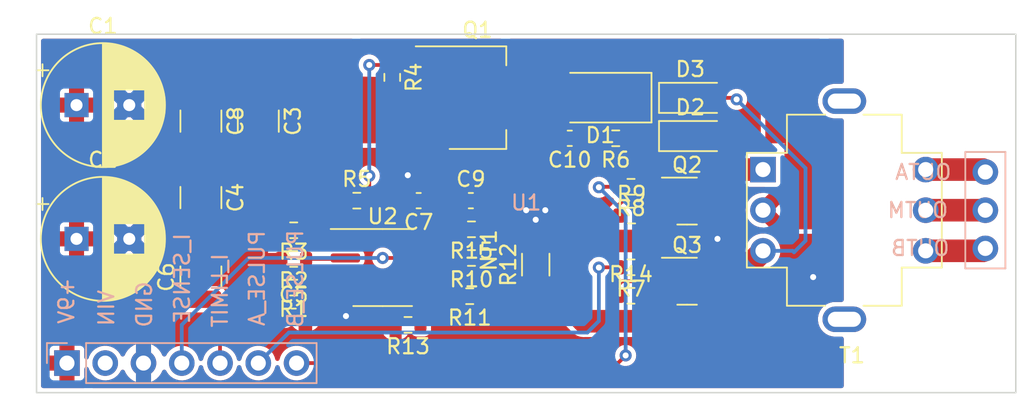
<source format=kicad_pcb>
(kicad_pcb (version 20211014) (generator pcbnew)
  (layers (0 "F.Cu" signal) (31 "B.Cu" signal) (34 "B.Paste" user) (35 "F.Paste" user) (36 "B.SilkS" user "B.Silkscreen") (37 "F.SilkS" user "F.Silkscreen") (38 "B.Mask" user) (39 "F.Mask" user) (44 "Edge.Cuts" user))
  (net 0 "")
  (net 1 "+9V")
  (net 2 "GND")
  (net 3 "Net-(D2-Pad2)")
  (net 4 "Net-(D1-Pad1)")
  (net 5 "Net-(D3-Pad2)")
  (net 6 "Net-(R2-Pad1)")
  (net 7 "/I_SENSE")
  (net 8 "/I_LIMIT")
  (net 9 "/PULSE_A")
  (net 10 "/PULSE_B")
  (net 11 "Net-(R3-Pad1)")
  (net 12 "Net-(R11-Pad2)")
  (net 13 "Net-(R10-Pad2)")
  (net 14 "/OUTB")
  (net 15 "/OUTM")
  (net 16 "/OUTA")
  (net 17 "/V_SHUNT_N")
  (net 18 "Net-(Q1-Pad1)")
  (net 19 "Net-(Q2-Pad1)")
  (net 20 "/V_SHUNT_P")
  (net 21 "Net-(Q3-Pad1)")
  (net 23 "Net-(C5-Pad1)")
  (net 24 "/PULSE_SRC")
  (footprint "Package_TO_SOT_SMD:SOT-23" (layer "F.Cu") (at 130.0625 80.672854)
    (fp_text reference "Q2" (at 0 -2.4) (layer "F.SilkS"))
    (fp_text value "DMN2041L")
    (pad "1" smd roundrect (at -0.9375 -0.95) (size 1.475 0.6) (layers "F.Cu" "F.Paste" "F.Mask") (net 19 "Net-(Q2-Pad1)"))
    (pad "2" smd roundrect (at -0.9375 0.95) (size 1.475 0.6) (layers "F.Cu" "F.Paste" "F.Mask") (net 20 "/V_SHUNT_P"))
    (pad "3" smd roundrect (at 0.9375 0) (size 1.475 0.6) (layers "F.Cu" "F.Paste" "F.Mask") (net 3 "Net-(D2-Pad2)"))
  )
  (footprint "Diode_SMD:D_SMA" (layer "F.Cu") (at 124.3 73.8 180)
    (fp_text reference "D1" (at 0 -2.5 180) (layer "F.SilkS"))
    (fp_text value "SML4746-E3/61")
    (pad "1" smd rect (at -2 0 180) (size 2.5 1.8) (layers "F.Cu" "F.Paste" "F.Mask") (net 4 "Net-(D1-Pad1)"))
    (pad "2" smd rect (at 2 0 180) (size 2.5 1.8) (layers "F.Cu" "F.Paste" "F.Mask") (net 24 "/PULSE_SRC"))
  )
  (footprint "Resistor_SMD:R_0603_1608Metric" (layer "F.Cu") (at 126.334181 86.968418)
    (fp_text reference "R14" (at 0 -1.43) (layer "F.SilkS"))
    (fp_text value "10k")
    (pad "1" smd roundrect (at -0.825 0) (size 0.8 0.95) (layers "F.Cu" "F.Paste" "F.Mask") (net 21 "Net-(Q3-Pad1)"))
    (pad "2" smd roundrect (at 0.825 0) (size 0.8 0.95) (layers "F.Cu" "F.Paste" "F.Mask") (net 20 "/V_SHUNT_P"))
  )
  (footprint "Capacitor_SMD:C_0603_1608Metric" (layer "F.Cu") (at 112.244842 80.645 180)
    (fp_text reference "C7" (at 0 -1.43 180) (layer "F.SilkS"))
    (fp_text value "0.1uF")
    (pad "1" smd roundrect (at -0.775 0 180) (size 0.9 0.95) (layers "F.Cu" "F.Paste" "F.Mask") (net 1 "+9V"))
    (pad "2" smd roundrect (at 0.775 0 180) (size 0.9 0.95) (layers "F.Cu" "F.Paste" "F.Mask") (net 2 "GND"))
  )
  (footprint "Diode_SMD:D_SOD-123F" (layer "F.Cu") (at 130.4 76.353)
    (fp_text reference "D2" (at -0.127 -1.905) (layer "F.SilkS"))
    (fp_text value "DSS14UTR")
    (pad "1" smd rect (at -1.4 0) (size 1.1 1.1) (layers "F.Cu" "F.Paste" "F.Mask") (net 4 "Net-(D1-Pad1)"))
    (pad "2" smd rect (at 1.4 0) (size 1.1 1.1) (layers "F.Cu" "F.Paste" "F.Mask") (net 3 "Net-(D2-Pad2)"))
  )
  (footprint "Capacitor_SMD:C_1210_3225Metric" (layer "F.Cu") (at 97.79 75.36 -90)
    (fp_text reference "C8" (at 0 -2.3 90) (layer "F.SilkS"))
    (fp_text value "22uF")
    (pad "1" smd roundrect (at -1.475 0 270) (size 1.15 2.7) (layers "F.Cu" "F.Paste" "F.Mask") (roundrect_rratio 0.217391) (net 1 "+9V"))
    (pad "2" smd roundrect (at 1.475 0 270) (size 1.15 2.7) (layers "F.Cu" "F.Paste" "F.Mask") (roundrect_rratio 0.217391) (net 2 "GND"))
  )
  (footprint "NetTie:NetTie-2_SMD_Pad0.5mm" (layer "F.Cu") (at 118.11 83.947 90)
    (fp_text reference "NT1" (at 0 -1.2 90) (layer "F.SilkS"))
    (fp_text value "NetTie_2")
    (fp_poly (pts (xy -0.5 -0.25) (xy 0.5 -0.25) (xy 0.5 0.25) (xy -0.5 0.25)) (layer "F.Cu") (width 0) (fill solid))
    (pad "1" smd circle (at -0.5 0 90) (size 0.5 0.5) (layers "F.Cu") (net 17 "/V_SHUNT_N"))
    (pad "2" smd circle (at 0.5 0 90) (size 0.5 0.5) (layers "F.Cu") (net 2 "GND"))
  )
  (footprint "Resistor_SMD:R_0603_1608Metric" (layer "F.Cu") (at 103.95 84.519 180)
    (fp_text reference "R2" (at 0 -1.43 180) (layer "F.SilkS"))
    (fp_text value "10k")
    (pad "1" smd roundrect (at -0.825 0 180) (size 0.8 0.95) (layers "F.Cu" "F.Paste" "F.Mask") (net 6 "Net-(R2-Pad1)"))
    (pad "2" smd roundrect (at 0.825 0 180) (size 0.8 0.95) (layers "F.Cu" "F.Paste" "F.Mask") (net 2 "GND"))
  )
  (footprint "Capacitor_THT:CP_Radial_D8.0mm_P3.50mm" (layer "F.Cu") (at 89.535 74.295)
    (fp_text reference "C1" (at 1.75 -5.25) (layer "F.SilkS"))
    (fp_text value "470uF")
    (pad "1" thru_hole rect (at 0 0) (size 1.6 1.6) (drill 0.8) (layers *.Cu *.Mask) (net 1 "+9V"))
    (pad "2" thru_hole circle (at 3.5 0) (size 1.6 1.6) (drill 0.8) (layers *.Cu *.Mask) (net 2 "GND"))
  )
  (footprint "Resistor_SMD:R_0603_1608Metric" (layer "F.Cu") (at 125.325 76.5 180)
    (fp_text reference "R6" (at 0 -1.43 180) (layer "F.SilkS"))
    (fp_text value "1k")
    (pad "1" smd roundrect (at -0.825 0 180) (size 0.8 0.95) (layers "F.Cu" "F.Paste" "F.Mask") (net 2 "GND"))
    (pad "2" smd roundrect (at 0.825 0 180) (size 0.8 0.95) (layers "F.Cu" "F.Paste" "F.Mask") (net 24 "/PULSE_SRC"))
  )
  (footprint "Capacitor_THT:CP_Radial_D8.0mm_P3.50mm" (layer "F.Cu") (at 89.535 83.185)
    (fp_text reference "C2" (at 1.75 -5.25) (layer "F.SilkS"))
    (fp_text value "470uF")
    (pad "1" thru_hole rect (at 0 0) (size 1.6 1.6) (drill 0.8) (layers *.Cu *.Mask) (net 1 "+9V"))
    (pad "2" thru_hole circle (at 3.5 0) (size 1.6 1.6) (drill 0.8) (layers *.Cu *.Mask) (net 2 "GND"))
  )
  (footprint "Resistor_SMD:R_0603_1608Metric" (layer "F.Cu") (at 108.141 80.645)
    (fp_text reference "R5" (at 0 -1.43) (layer "F.SilkS"))
    (fp_text value "1k")
    (pad "1" smd roundrect (at -0.825 0) (size 0.8 0.95) (layers "F.Cu" "F.Paste" "F.Mask") (net 11 "Net-(R3-Pad1)"))
    (pad "2" smd roundrect (at 0.825 0) (size 0.8 0.95) (layers "F.Cu" "F.Paste" "F.Mask") (net 18 "Net-(Q1-Pad1)"))
  )
  (footprint "Resistor_SMD:R_0603_1608Metric" (layer "F.Cu") (at 110.49 72.453 -90)
    (fp_text reference "R4" (at 0 -1.43 -90) (layer "F.SilkS"))
    (fp_text value "1.2k")
    (pad "1" smd roundrect (at -0.825 0 270) (size 0.8 0.95) (layers "F.Cu" "F.Paste" "F.Mask") (net 18 "Net-(Q1-Pad1)"))
    (pad "2" smd roundrect (at 0.825 0 270) (size 0.8 0.95) (layers "F.Cu" "F.Paste" "F.Mask") (net 1 "+9V"))
  )
  (footprint "Resistor_SMD:R_1206_3216Metric" (layer "F.Cu") (at 120.015 84.8975 90)
    (fp_text reference "R12" (at 0 -1.82 90) (layer "F.SilkS"))
    (fp_text value "0.1")
    (pad "1" smd roundrect (at -1.4625 0 90) (size 1.125 1.75) (layers "F.Cu" "F.Paste" "F.Mask") (roundrect_rratio 0.222222) (net 20 "/V_SHUNT_P"))
    (pad "2" smd roundrect (at 1.4625 0 90) (size 1.125 1.75) (layers "F.Cu" "F.Paste" "F.Mask") (roundrect_rratio 0.222222) (net 2 "GND"))
  )
  (footprint "Package_SO:SOIC-8_3.9x4.9mm_P1.27mm" (layer "F.Cu") (at 109.855 85.09)
    (fp_text reference "U2" (at 0 -3.4) (layer "F.SilkS"))
    (fp_text value "TLV272IS-13")
    (pad "1" smd roundrect (at -2.475 -1.905) (size 1.95 0.6) (layers "F.Cu" "F.Paste" "F.Mask") (net 11 "Net-(R3-Pad1)"))
    (pad "2" smd roundrect (at -2.475 -0.635) (size 1.95 0.6) (layers "F.Cu" "F.Paste" "F.Mask") (net 6 "Net-(R2-Pad1)"))
    (pad "3" smd roundrect (at -2.475 0.635) (size 1.95 0.6) (layers "F.Cu" "F.Paste" "F.Mask") (net 23 "Net-(C5-Pad1)"))
    (pad "4" smd roundrect (at -2.475 1.905) (size 1.95 0.6) (layers "F.Cu" "F.Paste" "F.Mask") (net 2 "GND"))
    (pad "5" smd roundrect (at 2.475 1.905) (size 1.95 0.6) (layers "F.Cu" "F.Paste" "F.Mask") (net 12 "Net-(R11-Pad2)"))
    (pad "6" smd roundrect (at 2.475 0.635) (size 1.95 0.6) (layers "F.Cu" "F.Paste" "F.Mask") (net 13 "Net-(R10-Pad2)"))
    (pad "7" smd roundrect (at 2.475 -0.635) (size 1.95 0.6) (layers "F.Cu" "F.Paste" "F.Mask") (net 7 "/I_SENSE"))
    (pad "8" smd roundrect (at 2.475 -1.905) (size 1.95 0.6) (layers "F.Cu" "F.Paste" "F.Mask") (net 1 "+9V"))
  )
  (footprint "Capacitor_SMD:C_1210_3225Metric" (layer "F.Cu") (at 97.79 80.44 -90)
    (fp_text reference "C4" (at 0 -2.3 90) (layer "F.SilkS"))
    (fp_text value "22uF")
    (pad "1" smd roundrect (at -1.475 0 270) (size 1.15 2.7) (layers "F.Cu" "F.Paste" "F.Mask") (roundrect_rratio 0.217391) (net 1 "+9V"))
    (pad "2" smd roundrect (at 1.475 0 270) (size 1.15 2.7) (layers "F.Cu" "F.Paste" "F.Mask") (roundrect_rratio 0.217391) (net 2 "GND"))
  )
  (footprint "Capacitor_SMD:C_1210_3225Metric" (layer "F.Cu") (at 101.6 75.36 -90)
    (fp_text reference "C3" (at 0 -2.3 90) (layer "F.SilkS"))
    (fp_text value "22uF")
    (pad "1" smd roundrect (at -1.475 0 270) (size 1.15 2.7) (layers "F.Cu" "F.Paste" "F.Mask") (roundrect_rratio 0.217391) (net 1 "+9V"))
    (pad "2" smd roundrect (at 1.475 0 270) (size 1.15 2.7) (layers "F.Cu" "F.Paste" "F.Mask") (roundrect_rratio 0.217391) (net 2 "GND"))
  )
  (footprint "Resistor_SMD:R_0603_1608Metric" (layer "F.Cu") (at 103.95 82.614 180)
    (fp_text reference "R3" (at 0 -1.43 180) (layer "F.SilkS"))
    (fp_text value "4.7k")
    (pad "1" smd roundrect (at -0.825 0 180) (size 0.8 0.95) (layers "F.Cu" "F.Paste" "F.Mask") (net 11 "Net-(R3-Pad1)"))
    (pad "2" smd roundrect (at 0.825 0 180) (size 0.8 0.95) (layers "F.Cu" "F.Paste" "F.Mask") (net 6 "Net-(R2-Pad1)"))
  )
  (footprint "Resistor_SMD:R_0603_1608Metric" (layer "F.Cu") (at 115.633 86.995 180)
    (fp_text reference "R11" (at 0 -1.43 180) (layer "F.SilkS"))
    (fp_text value "10k")
    (pad "1" smd roundrect (at -0.825 0 180) (size 0.8 0.95) (layers "F.Cu" "F.Paste" "F.Mask") (net 20 "/V_SHUNT_P"))
    (pad "2" smd roundrect (at 0.825 0 180) (size 0.8 0.95) (layers "F.Cu" "F.Paste" "F.Mask") (net 12 "Net-(R11-Pad2)"))
  )
  (footprint "SaawLib:SW-32MO_Header" (layer "F.Cu") (at 119.38 81.28)
    (fp_text reference "U1" (at 0 -0.5 unlocked) (layer "B.SilkS"))
    (fp_text value "SW-32MO")
    (fp_text user "GND" (at -25.348508 6.259718 90 unlocked) (layer "B.SilkS") (effects (justify mirror)))
    (fp_text user "OUTA" (at 26.358226 -2.530837 unlocked) (layer "B.SilkS") (effects (justify mirror)))
    (fp_text user "VIN" (at -27.862762 6.500811 90 unlocked) (layer "B.SilkS") (effects (justify mirror)))
    (fp_text user "OUTM" (at 26.001052 0 unlocked) (layer "B.SilkS") (effects (justify mirror)))
    (fp_text user "PULSE_A" (at -17.865934 4.519892 90 unlocked) (layer "B.SilkS") (effects (justify mirror)))
    (fp_text user "OUTB" (at 26.154126 2.520632 unlocked) (layer "B.SilkS") (effects (justify mirror)))
    (fp_text user "+9V" (at -30.514784 6.018625 90 unlocked) (layer "B.SilkS") (effects (justify mirror)))
    (fp_text user "I_LIMIT" (at -20.320001 5.329788 90 unlocked) (layer "B.SilkS") (effects (justify mirror)))
    (fp_text user "I_SENSE" (at -22.834255 4.537626 90 unlocked) (layer "B.SilkS") (effects (justify mirror)))
    (fp_text user "PULSE_B" (at -15.317238 4.554334 90 unlocked) (layer "B.SilkS") (effects (justify mirror)))
    (pad "1" thru_hole rect locked (at -30.48 10.16 90) (size 1.7 1.7) (drill 1) (layers *.Cu *.Mask) (net 1 "+9V"))
    (pad "2" thru_hole oval locked (at -27.94 10.16 90) (size 1.7 1.7) (drill 1) (layers *.Cu *.Mask))
    (pad "3" thru_hole oval locked (at -25.4 10.16 90) (size 1.7 1.7) (drill 1) (layers *.Cu *.Mask) (net 2 "GND"))
    (pad "4" thru_hole oval locked (at -22.86 10.16 90) (size 1.7 1.7) (drill 1) (layers *.Cu *.Mask) (net 7 "/I_SENSE"))
    (pad "5" thru_hole oval locked (at -20.32 10.16 90) (size 1.7 1.7) (drill 1) (layers *.Cu *.Mask) (net 8 "/I_LIMIT"))
    (pad "6" thru_hole oval locked (at -17.78 10.16 90) (size 1.7 1.7) (drill 1) (layers *.Cu *.Mask) (net 9 "/PULSE_A"))
    (pad "7" thru_hole oval locked (at -15.24 10.16 90) (size 1.7 1.7) (drill 1) (layers *.Cu *.Mask) (net 10 "/PULSE_B"))
    (pad "8" thru_hole circle locked (at 30.48 -2.54) (size 1.7 1.7) (drill 1) (layers *.Cu *.Mask) (net 16 "/OUTA"))
    (pad "9" thru_hole oval locked (at 30.48 0) (size 1.7 1.7) (drill 1) (layers *.Cu *.Mask) (net 15 "/OUTM"))
    (pad "10" thru_hole oval locked (at 30.48 2.54) (size 1.7 1.7) (drill 1) (layers *.Cu *.Mask) (net 14 "/OUTB"))
  )
  (footprint "Resistor_SMD:R_0603_1608Metric" (layer "F.Cu") (at 126.339285 85.075083 180)
    (fp_text reference "R7" (at 0 -1.43 180) (layer "F.SilkS"))
    (fp_text value "10")
    (pad "1" smd roundrect (at -0.825 0 180) (size 0.8 0.95) (layers "F.Cu" "F.Paste" "F.Mask") (net 21 "Net-(Q3-Pad1)"))
    (pad "2" smd roundrect (at 0.825 0 180) (size 0.8 0.95) (layers "F.Cu" "F.Paste" "F.Mask") (net 9 "/PULSE_A"))
  )
  (footprint "Resistor_SMD:R_0603_1608Metric" (layer "F.Cu") (at 103.95 86.424 180)
    (fp_text reference "R1" (at 0 -1.43 180) (layer "F.SilkS"))
    (fp_text value "10k")
    (pad "1" smd roundrect (at -0.825 0 180) (size 0.8 0.95) (layers "F.Cu" "F.Paste" "F.Mask") (net 23 "Net-(C5-Pad1)"))
    (pad "2" smd roundrect (at 0.825 0 180) (size 0.8 0.95) (layers "F.Cu" "F.Paste" "F.Mask") (net 8 "/I_LIMIT"))
  )
  (footprint "Resistor_SMD:R_0603_1608Metric" (layer "F.Cu") (at 126.33993 79.723514 180)
    (fp_text reference "R8" (at 0 -1.43 180) (layer "F.SilkS"))
    (fp_text value "10")
    (pad "1" smd roundrect (at -0.825 0 180) (size 0.8 0.95) (layers "F.Cu" "F.Paste" "F.Mask") (net 19 "Net-(Q2-Pad1)"))
    (pad "2" smd roundrect (at 0.825 0 180) (size 0.8 0.95) (layers "F.Cu" "F.Paste" "F.Mask") (net 10 "/PULSE_B"))
  )
  (footprint "Resistor_SMD:R_0603_1608Metric" (layer "F.Cu") (at 115.749842 84.455 180)
    (fp_text reference "R10" (at 0 -1.43 180) (layer "F.SilkS"))
    (fp_text value "10k")
    (pad "1" smd roundrect (at -0.825 0 180) (size 0.8 0.95) (layers "F.Cu" "F.Paste" "F.Mask") (net 17 "/V_SHUNT_N"))
    (pad "2" smd roundrect (at 0.825 0 180) (size 0.8 0.95) (layers "F.Cu" "F.Paste" "F.Mask") (net 13 "Net-(R10-Pad2)"))
  )
  (footprint "Resistor_SMD:R_0603_1608Metric" (layer "F.Cu") (at 126.37857 81.636168)
    (fp_text reference "R9" (at 0 -1.43) (layer "F.SilkS"))
    (fp_text value "10k")
    (pad "1" smd roundrect (at -0.825 0) (size 0.8 0.95) (layers "F.Cu" "F.Paste" "F.Mask") (net 19 "Net-(Q2-Pad1)"))
    (pad "2" smd roundrect (at 0.825 0) (size 0.8 0.95) (layers "F.Cu" "F.Paste" "F.Mask") (net 20 "/V_SHUNT_P"))
  )
  (footprint "Diode_SMD:D_SOD-123F" (layer "F.Cu") (at 130.4 73.813)
    (fp_text reference "D3" (at -0.127 -1.905) (layer "F.SilkS"))
    (fp_text value "DSS14UTR")
    (pad "1" smd rect (at -1.4 0) (size 1.1 1.1) (layers "F.Cu" "F.Paste" "F.Mask") (net 4 "Net-(D1-Pad1)"))
    (pad "2" smd rect (at 1.4 0) (size 1.1 1.1) (layers "F.Cu" "F.Paste" "F.Mask") (net 5 "Net-(D3-Pad2)"))
  )
  (footprint "Package_TO_SOT_SMD:SOT-23" (layer "F.Cu") (at 130.0625 86)
    (fp_text reference "Q3" (at 0 -2.4) (layer "F.SilkS"))
    (fp_text value "DMN2041L")
    (pad "1" smd roundrect (at -0.9375 -0.95) (size 1.475 0.6) (layers "F.Cu" "F.Paste" "F.Mask") (net 21 "Net-(Q3-Pad1)"))
    (pad "2" smd roundrect (at -0.9375 0.95) (size 1.475 0.6) (layers "F.Cu" "F.Paste" "F.Mask") (net 20 "/V_SHUNT_P"))
    (pad "3" smd roundrect (at 0.9375 0) (size 1.475 0.6) (layers "F.Cu" "F.Paste" "F.Mask") (net 5 "Net-(D3-Pad2)"))
  )
  (footprint "Capacitor_SMD:C_0603_1608Metric" (layer "F.Cu") (at 115.71 80.645)
    (fp_text reference "C9" (at 0 -1.43) (layer "F.SilkS"))
    (fp_text value "1uF")
    (pad "1" smd roundrect (at -0.775 0) (size 0.9 0.95) (layers "F.Cu" "F.Paste" "F.Mask") (net 1 "+9V"))
    (pad "2" smd roundrect (at 0.775 0) (size 0.9 0.95) (layers "F.Cu" "F.Paste" "F.Mask") (net 2 "GND"))
  )
  (footprint "Capacitor_SMD:C_1210_3225Metric" (layer "F.Cu") (at 97.79 85.725 90)
    (fp_text reference "C6" (at 0 -2.3 90) (layer "F.SilkS"))
    (fp_text value "22uF")
    (pad "1" smd roundrect (at -1.475 0 90) (size 1.15 2.7) (layers "F.Cu" "F.Paste" "F.Mask") (roundrect_rratio 0.217391) (net 1 "+9V"))
    (pad "2" smd roundrect (at 1.475 0 90) (size 1.15 2.7) (layers "F.Cu" "F.Paste" "F.Mask") (roundrect_rratio 0.217391) (net 2 "GND"))
  )
  (footprint "Package_TO_SOT_SMD:SOT-223-3_TabPin2" (layer "F.Cu") (at 116.15 73.8)
    (fp_text reference "Q1" (at 0 -4.5) (layer "F.SilkS"))
    (fp_text value "NTF2955")
    (pad "1" smd rect (at -3.15 -2.3) (size 2 1.5) (layers "F.Cu" "F.Paste" "F.Mask") (net 18 "Net-(Q1-Pad1)"))
    (pad "2" smd rect (at -3.15 0) (size 2 1.5) (layers "F.Cu" "F.Paste" "F.Mask") (net 24 "/PULSE_SRC"))
    (pad "2" smd rect (at 3.15 0) (size 2 3.8) (layers "F.Cu" "F.Paste" "F.Mask") (net 24 "/PULSE_SRC"))
    (pad "3" smd rect (at -3.15 2.3) (size 2 1.5) (layers "F.Cu" "F.Paste" "F.Mask") (net 1 "+9V"))
  )
  (footprint "Capacitor_SMD:C_0603_1608Metric" (layer "F.Cu") (at 122.275 76.5 180)
    (fp_text reference "C10" (at 0 -1.43 180) (layer "F.SilkS"))
    (fp_text value "0.1uF")
    (pad "1" smd roundrect (at -0.775 0 180) (size 0.9 0.95) (layers "F.Cu" "F.Paste" "F.Mask") (net 24 "/PULSE_SRC"))
    (pad "2" smd roundrect (at 0.775 0 180) (size 0.9 0.95) (layers "F.Cu" "F.Paste" "F.Mask") (net 2 "GND"))
  )
  (footprint "SaawLib:42TL" (layer "F.Cu") (at 140.5 81.28)
    (fp_text reference "T1" (at 0.508 9.652 unlocked) (layer "F.SilkS"))
    (fp_text value "42TL004-RC")
    (pad "" thru_hole oval locked (at 0 7.25) (size 2.9 1.7) (drill oval 2.2 1) (layers *.Cu *.Mask))
    (pad "" thru_hole oval locked (at 0 -7.25) (size 2.9 1.7) (drill oval 2.2 1) (layers *.Cu *.Mask))
    (pad "1" thru_hole rect locked (at -5.4 -2.7) (size 1.7 1.7) (drill 1) (layers *.Cu *.Mask) (net 3 "Net-(D2-Pad2)"))
    (pad "2" thru_hole circle locked (at -5.4 0) (size 1.7 1.7) (drill 1) (layers *.Cu *.Mask) (net 24 "/PULSE_SRC"))
    (pad "3" thru_hole circle locked (at -5.4 2.7) (size 1.7 1.7) (drill 1) (layers *.Cu *.Mask) (net 5 "Net-(D3-Pad2)"))
    (pad "4" thru_hole circle locked (at 5.4 2.7) (size 1.7 1.7) (drill 1) (layers *.Cu *.Mask) (net 14 "/OUTB"))
    (pad "5" thru_hole circle locked (at 5.4 0) (size 1.7 1.7) (drill 1) (layers *.Cu *.Mask) (net 15 "/OUTM"))
    (pad "6" thru_hole circle locked (at 5.4 -2.7) (size 1.7 1.7) (drill 1) (layers *.Cu *.Mask) (net 16 "/OUTA"))
  )
  (footprint "Capacitor_SMD:C_0603_1608Metric" (layer "F.Cu") (at 103.95 88.329)
    (fp_text reference "C5" (at 0 -1.43) (layer "F.SilkS"))
    (fp_text value "1uF")
    (pad "1" smd roundrect (at -0.775 0) (size 0.9 0.95) (layers "F.Cu" "F.Paste" "F.Mask") (net 23 "Net-(C5-Pad1)"))
    (pad "2" smd roundrect (at 0.775 0) (size 0.9 0.95) (layers "F.Cu" "F.Paste" "F.Mask") (net 2 "GND"))
  )
  (footprint "Resistor_SMD:R_0603_1608Metric" (layer "F.Cu") (at 115.749842 82.55 180)
    (fp_text reference "R15" (at 0 -1.43 180) (layer "F.SilkS"))
    (fp_text value "100k")
    (pad "1" smd roundrect (at -0.825 0 180) (size 0.8 0.95) (layers "F.Cu" "F.Paste" "F.Mask") (net 13 "Net-(R10-Pad2)"))
    (pad "2" smd roundrect (at 0.825 0 180) (size 0.8 0.95) (layers "F.Cu" "F.Paste" "F.Mask") (net 7 "/I_SENSE"))
  )
  (footprint "Resistor_SMD:R_0603_1608Metric" (layer "F.Cu") (at 111.539842 88.9 180)
    (fp_text reference "R13" (at 0 -1.43 180) (layer "F.SilkS"))
    (fp_text value "100k")
    (pad "1" smd roundrect (at -0.825 0 180) (size 0.8 0.95) (layers "F.Cu" "F.Paste" "F.Mask") (net 12 "Net-(R11-Pad2)"))
    (pad "2" smd roundrect (at 0.825 0 180) (size 0.8 0.95) (layers "F.Cu" "F.Paste" "F.Mask") (net 2 "GND"))
  )
  (gr_rect locked (start 86.88 69.583688) (end 151.88 93.403574) (layer "Edge.Cuts") (width 0.1) (fill none))
  (segment (start 113.019842 80.645) (end 113 80.625158) (width 0.25) (layer "F.Cu") (net 1))
  (segment (start 113 80.625158) (end 113 76.1) (width 0.25) (layer "F.Cu") (net 1))
  (segment (start 115.013 80.567) (end 114.935 80.645) (width 0.25) (layer "F.Cu") (net 1))
  (segment (start 112.33 82.350842) (end 113.019842 81.661) (width 0.25) (layer "F.Cu") (net 1))
  (segment (start 112.33 83.185) (end 112.33 82.350842) (width 0.25) (layer "F.Cu") (net 1))
  (segment (start 113.019842 81.661) (end 113.019842 80.645) (width 0.25) (layer "F.Cu") (net 1))
  (segment (start 114.935 80.645) (end 113.019842 80.645) (width 0.25) (layer "F.Cu") (net 1))
  (segment (start 118.122 83.435) (end 118.11 83.447) (width 0.25) (layer "F.Cu") (net 2))
  (segment (start 120.015 83.435) (end 118.122 83.435) (width 0.25) (layer "F.Cu") (net 2))
  (via (at 119.38 81.28) (size 0.8) (drill 0.4) (layers "F.Cu" "B.Cu") (net 2))
  (via (at 132.08 83.185) (size 0.8) (drill 0.4) (layers "F.Cu" "B.Cu") (net 2))
  (via (at 111.522793 78.953873) (size 0.8) (drill 0.4) (layers "F.Cu" "B.Cu") (net 2))
  (via (at 120.65 81.28) (size 0.8) (drill 0.4) (layers "F.Cu" "B.Cu") (net 2))
  (via (at 107.419716 88.314492) (size 0.8) (drill 0.4) (layers "F.Cu" "B.Cu") (net 2))
  (via (at 120.015 81.915) (size 0.8) (drill 0.4) (layers "F.Cu" "B.Cu") (net 2))
  (via (at 138.43 85.725) (size 0.8) (drill 0.4) (layers "F.Cu" "B.Cu") (net 2))
  (segment (start 135.1 78.58) (end 133.092854 78.58) (width 1.5) (layer "F.Cu") (net 3))
  (segment (start 131.8 76.353) (end 131.8 77.287146) (width 1.5) (layer "F.Cu") (net 3))
  (segment (start 133.092854 78.58) (end 131 80.672854) (width 1.5) (layer "F.Cu") (net 3))
  (segment (start 131.8 77.287146) (end 133.092854 78.58) (width 1.5) (layer "F.Cu") (net 3))
  (segment (start 128.987 73.8) (end 129 73.813) (width 2) (layer "F.Cu") (net 4))
  (segment (start 129 76.353) (end 129 73.813) (width 2) (layer "F.Cu") (net 4))
  (segment (start 126.3 73.8) (end 128.987 73.8) (width 2) (layer "F.Cu") (net 4))
  (segment (start 133.08 86) (end 135.1 83.98) (width 1.5) (layer "F.Cu") (net 5))
  (segment (start 131.8 73.813) (end 133.249 73.813) (width 0.25) (layer "F.Cu") (net 5))
  (segment (start 133.249 73.813) (end 133.35 73.914) (width 0.25) (layer "F.Cu") (net 5))
  (segment (start 131 86) (end 133.08 86) (width 1.5) (layer "F.Cu") (net 5))
  (via (at 133.35 73.914) (size 0.8) (drill 0.4) (layers "F.Cu" "B.Cu") (net 5))
  (segment (start 137.066 83.98) (end 135.1 83.98) (width 0.25) (layer "B.Cu") (net 5))
  (segment (start 137.16 84.074) (end 137.066 83.98) (width 0.25) (layer "B.Cu") (net 5))
  (segment (start 137.922 83.312) (end 137.16 84.074) (width 0.25) (layer "B.Cu") (net 5))
  (segment (start 137.922 78.486) (end 137.922 83.312) (width 0.25) (layer "B.Cu") (net 5))
  (segment (start 133.35 73.914) (end 137.922 78.486) (width 0.25) (layer "B.Cu") (net 5))
  (segment (start 104.775 83.947) (end 104.775 84.519) (width 0.25) (layer "F.Cu") (net 6))
  (segment (start 103.124 83.312) (end 103.378 83.566) (width 0.25) (layer "F.Cu") (net 6))
  (segment (start 107.316 84.519) (end 107.38 84.455) (width 0.25) (layer "F.Cu") (net 6))
  (segment (start 104.775 84.519) (end 107.316 84.519) (width 0.25) (layer "F.Cu") (net 6))
  (segment (start 103.124 82.615) (end 103.124 83.312) (width 0.25) (layer "F.Cu") (net 6))
  (segment (start 103.125 82.614) (end 103.124 82.615) (width 0.25) (layer "F.Cu") (net 6))
  (segment (start 103.378 83.566) (end 104.394 83.566) (width 0.25) (layer "F.Cu") (net 6))
  (segment (start 104.394 83.566) (end 104.775 83.947) (width 0.25) (layer "F.Cu") (net 6))
  (segment (start 114.289842 82.677) (end 114.035842 82.931) (width 0.25) (layer "F.Cu") (net 7))
  (segment (start 114.035842 82.931) (end 114.035842 84.201) (width 0.25) (layer "F.Cu") (net 7))
  (segment (start 109.855 84.455) (end 112.33 84.455) (width 0.25) (layer "F.Cu") (net 7))
  (segment (start 114.797842 82.677) (end 114.289842 82.677) (width 0.25) (layer "F.Cu") (net 7))
  (segment (start 114.035842 84.201) (end 113.781842 84.455) (width 0.25) (layer "F.Cu") (net 7))
  (segment (start 114.924842 82.55) (end 114.797842 82.677) (width 0.25) (layer "F.Cu") (net 7))
  (segment (start 113.781842 84.455) (end 112.33 84.455) (width 0.25) (layer "F.Cu") (net 7))
  (via (at 109.855 84.455) (size 0.8) (drill 0.4) (layers "F.Cu" "B.Cu") (net 7))
  (segment (start 100.965 84.455) (end 109.855 84.455) (width 0.25) (layer "B.Cu") (net 7))
  (segment (start 96.52 91.44) (end 96.52 88.9) (width 0.25) (layer "B.Cu") (net 7))
  (segment (start 96.52 88.9) (end 100.965 84.455) (width 0.25) (layer "B.Cu") (net 7))
  (segment (start 103.061 86.36) (end 103.125 86.424) (width 0.25) (layer "F.Cu") (net 8))
  (segment (start 99.06 91.44) (end 99.06 89.535) (width 0.25) (layer "F.Cu") (net 8))
  (segment (start 102.235 86.36) (end 103.061 86.36) (width 0.25) (layer "F.Cu") (net 8))
  (segment (start 99.06 89.535) (end 102.235 86.36) (width 0.25) (layer "F.Cu") (net 8))
  (segment (start 125.514285 85.075083) (end 124.220917 85.075083) (width 0.25) (layer "F.Cu") (net 9))
  (segment (start 124.220917 85.075083) (end 124.206 85.09) (width 0.25) (layer "F.Cu") (net 9))
  (via (at 124.206 85.09) (size 0.8) (drill 0.4) (layers "F.Cu" "B.Cu") (net 9))
  (segment (start 123.444 89.408) (end 124.206 88.646) (width 0.25) (layer "B.Cu") (net 9))
  (segment (start 101.6 91.44) (end 103.632 89.408) (width 0.25) (layer "B.Cu") (net 9))
  (segment (start 103.632 89.408) (end 123.444 89.408) (width 0.25) (layer "B.Cu") (net 9))
  (segment (start 124.206 88.646) (end 124.206 85.09) (width 0.25) (layer "B.Cu") (net 9))
  (segment (start 125.476 91.44) (end 104.14 91.44) (width 0.25) (layer "F.Cu") (net 10))
  (segment (start 125.984 90.932) (end 125.476 91.44) (width 0.25) (layer "F.Cu") (net 10))
  (segment (start 125.51493 79.723514) (end 124.238486 79.723514) (width 0.25) (layer "F.Cu") (net 10))
  (segment (start 124.238486 79.723514) (end 124.206 79.756) (width 0.25) (layer "F.Cu") (net 10))
  (via (at 124.206 79.756) (size 0.8) (drill 0.4) (layers "F.Cu" "B.Cu") (net 10))
  (via (at 125.984 90.932) (size 0.8) (drill 0.4) (layers "F.Cu" "B.Cu") (net 10))
  (segment (start 125.984 90.932) (end 125.984 81.534) (width 0.25) (layer "B.Cu") (net 10))
  (segment (start 125.984 81.534) (end 124.206 79.756) (width 0.25) (layer "B.Cu") (net 10))
  (segment (start 107.316 80.645) (end 107.316 83.121) (width 0.25) (layer "F.Cu") (net 11))
  (segment (start 107.316 83.121) (end 107.38 83.185) (width 0.25) (layer "F.Cu") (net 11))
  (segment (start 106.133435 83.185) (end 105.562435 82.614) (width 0.25) (layer "F.Cu") (net 11))
  (segment (start 107.38 83.185) (end 106.133435 83.185) (width 0.25) (layer "F.Cu") (net 11))
  (segment (start 105.562435 82.614) (end 104.775 82.614) (width 0.25) (layer "F.Cu") (net 11))
  (segment (start 112.364842 87.029842) (end 112.33 86.995) (width 0.25) (layer "F.Cu") (net 12))
  (segment (start 112.364842 88.9) (end 112.364842 87.029842) (width 0.25) (layer "F.Cu") (net 12))
  (segment (start 114.808 86.995) (end 112.33 86.995) (width 0.25) (layer "F.Cu") (net 12))
  (segment (start 116.574842 83.186) (end 116.574842 82.55) (width 0.25) (layer "F.Cu") (net 13))
  (segment (start 114.924842 84.455) (end 114.924842 83.82) (width 0.25) (layer "F.Cu") (net 13))
  (segment (start 114.797842 85.217) (end 114.289842 85.725) (width 0.25) (layer "F.Cu") (net 13))
  (segment (start 116.321842 83.439) (end 116.574842 83.186) (width 0.25) (layer "F.Cu") (net 13))
  (segment (start 115.305842 83.439) (end 116.321842 83.439) (width 0.25) (layer "F.Cu") (net 13))
  (segment (start 114.924842 84.455) (end 114.797842 84.582) (width 0.25) (layer "F.Cu") (net 13))
  (segment (start 114.797842 84.582) (end 114.797842 85.217) (width 0.25) (layer "F.Cu") (net 13))
  (segment (start 114.289842 85.725) (end 112.33 85.725) (width 0.25) (layer "F.Cu") (net 13))
  (segment (start 114.924842 83.82) (end 115.305842 83.439) (width 0.25) (layer "F.Cu") (net 13))
  (segment locked (start 149.7 83.98) (end 149.86 83.82) (width 1.5) (layer "F.Cu") (net 14))
  (segment locked (start 145.9 83.98) (end 149.7 83.98) (width 1.5) (layer "F.Cu") (net 14))
  (segment locked (start 145.9 81.28) (end 149.86 81.28) (width 1.5) (layer "F.Cu") (net 15))
  (segment locked (start 149.7 78.58) (end 149.86 78.74) (width 1.5) (layer "F.Cu") (net 16))
  (segment locked (start 145.9 78.58) (end 149.7 78.58) (width 1.5) (layer "F.Cu") (net 16))
  (segment (start 116.574842 84.455) (end 118.102 84.455) (width 0.25) (layer "F.Cu") (net 17))
  (segment (start 118.102 84.455) (end 118.11 84.447) (width 0.25) (layer "F.Cu") (net 17))
  (segment (start 110.825 71.5) (end 113 71.5) (width 0.25) (layer "F.Cu") (net 18))
  (segment (start 110.49 71.628) (end 108.966 71.628) (width 0.25) (layer "F.Cu") (net 18))
  (segment (start 108.966 78.994) (end 108.966 80.645) (width 0.25) (layer "F.Cu") (net 18))
  (via (at 108.966 78.994) (size 0.8) (drill 0.4) (layers "F.Cu" "B.Cu") (net 18))
  (via (at 108.966 71.628) (size 0.8) (drill 0.4) (layers "F.Cu" "B.Cu") (net 18))
  (segment (start 108.966 71.628) (end 108.966 78.994) (width 0.25) (layer "B.Cu") (net 18))
  (segment (start 127.16493 80.43507) (end 127.16493 79.723514) (width 0.25) (layer "F.Cu") (net 19))
  (segment (start 125.55 80.9) (end 125.75 80.7) (width 0.25) (layer "F.Cu") (net 19))
  (segment (start 125.55357 81.636168) (end 125.55357 80.90357) (width 0.25) (layer "F.Cu") (net 19))
  (segment (start 125.75 80.7) (end 126.9 80.7) (width 0.25) (layer "F.Cu") (net 19))
  (segment (start 127.16559 79.722854) (end 127.16493 79.723514) (width 0.25) (layer "F.Cu") (net 19))
  (segment (start 126.9 80.7) (end 127.16493 80.43507) (width 0.25) (layer "F.Cu") (net 19))
  (segment (start 125.55357 80.90357) (end 125.55 80.9) (width 0.25) (layer "F.Cu") (net 19))
  (segment (start 129.125 79.722854) (end 127.16559 79.722854) (width 0.25) (layer "F.Cu") (net 19))
  (segment (start 129.125 82.711) (end 128.510598 83.325402) (width 1.5) (layer "F.Cu") (net 20))
  (segment (start 127.20357 81.636168) (end 129.111686 81.636168) (width 0.25) (layer "F.Cu") (net 20))
  (segment (start 128.510598 83.325402) (end 123.938598 83.325402) (width 1.5) (layer "F.Cu") (net 20))
  (segment (start 128.511729 88.658271) (end 129.125 88.045) (width 1.5) (layer "F.Cu") (net 20))
  (segment (start 123.938598 83.325402) (end 122.682 84.582) (width 1.5) (layer "F.Cu") (net 20))
  (segment (start 117.475 86.995) (end 118.11 86.36) (width 0.2) (layer "F.Cu") (net 20))
  (segment (start 122.682 88.138) (end 123.202271 88.658271) (width 1.5) (layer "F.Cu") (net 20))
  (segment (start 123.202271 88.658271) (end 128.511729 88.658271) (width 1.5) (layer "F.Cu") (net 20))
  (segment (start 129.125 88.045) (end 129.125 86.95) (width 1.5) (layer "F.Cu") (net 20))
  (segment (start 129.111686 81.636168) (end 129.125 81.622854) (width 0.25) (layer "F.Cu") (net 20))
  (segment (start 129.106582 86.968418) (end 129.125 86.95) (width 0.25) (layer "F.Cu") (net 20))
  (segment (start 116.458 86.995) (end 117.475 86.995) (width 0.2) (layer "F.Cu") (net 20))
  (segment (start 122.682 84.582) (end 122.682 86.614) (width 1.5) (layer "F.Cu") (net 20))
  (segment (start 122.682 86.614) (end 122.682 88.138) (width 1.5) (layer "F.Cu") (net 20))
  (segment (start 122.428 86.36) (end 122.682 86.614) (width 1.5) (layer "F.Cu") (net 20))
  (segment (start 118.11 86.36) (end 120.015 86.36) (width 0.2) (layer "F.Cu") (net 20))
  (segment (start 120.015 86.36) (end 122.428 86.36) (width 1.5) (layer "F.Cu") (net 20))
  (segment (start 129.125 81.622854) (end 129.125 82.711) (width 1.5) (layer "F.Cu") (net 20))
  (segment (start 127.159181 86.968418) (end 129.106582 86.968418) (width 0.25) (layer "F.Cu") (net 20))
  (segment (start 125.509181 86.259181) (end 125.5 86.25) (width 0.25) (layer "F.Cu") (net 21))
  (segment (start 127.164285 85.075083) (end 129.099917 85.075083) (width 0.25) (layer "F.Cu") (net 21))
  (segment (start 125.5 86.25) (end 125.75 86) (width 0.25) (layer "F.Cu") (net 21))
  (segment (start 125.509181 86.968418) (end 125.509181 86.259181) (width 0.25) (layer "F.Cu") (net 21))
  (segment (start 127.164285 85.835715) (end 127.164285 85.075083) (width 0.25) (layer "F.Cu") (net 21))
  (segment (start 127 86) (end 127.164285 85.835715) (width 0.25) (layer "F.Cu") (net 21))
  (segment (start 125.75 86) (end 127 86) (width 0.25) (layer "F.Cu") (net 21))
  (segment (start 129.099917 85.075083) (end 129.125 85.05) (width 0.25) (layer "F.Cu") (net 21))
  (segment (start 104.775 87.262258) (end 104.64137 87.395888) (width 0.25) (layer "F.Cu") (net 23))
  (segment (start 104.64137 87.395888) (end 103.29101 87.395888) (width 0.25) (layer "F.Cu") (net 23))
  (segment (start 103.29101 87.395888) (end 103.175 87.511898) (width 0.25) (layer "F.Cu") (net 23))
  (segment (start 104.775 86.424) (end 105.474 85.725) (width 0.25) (layer "F.Cu") (net 23))
  (segment (start 103.175 87.511898) (end 103.175 88.329) (width 0.25) (layer "F.Cu") (net 23))
  (segment (start 104.725 86.474) (end 104.775 86.424) (width 0.25) (layer "F.Cu") (net 23))
  (segment (start 104.775 86.424) (end 104.775 87.262258) (width 0.25) (layer "F.Cu") (net 23))
  (segment (start 105.474 85.725) (end 107.38 85.725) (width 0.25) (layer "F.Cu") (net 23))
  (segment (start 123.05 76.5) (end 122.3 75.75) (width 0.25) (layer "F.Cu") (net 24))
  (segment (start 122.3 75.75) (end 122.3 73.8) (width 0.25) (layer "F.Cu") (net 24))
  (segment (start 124.5 76.5) (end 123.05 76.5) (width 0.25) (layer "F.Cu") (net 24))
  (zone (net 24) (net_name "/PULSE_SRC") (layer "F.Cu") (name "+PULSE_SRC") (priority 5) (connect_pads (clearance 0.3)) (min_thickness 0.5) (fill yes (thermal_gap 0.508) (thermal_bridge_width 1))
    (polygon (pts (xy 139.065 82.55) (xy 133.985 82.55) (xy 133.985 80.01) (xy 136.525 80.01) (xy 136.525 76.835) (xy 135.255 76.835) (xy 135.255 72.39) (xy 123.825 72.39) (xy 123.825 74.93) (xy 118.11 74.93) (xy 118.11 69.215) (xy 139.065 69.215)))
  )
  (zone (net 1) (net_name "+9V") (layer "F.Cu") (priority 5) (connect_pads (clearance 0.3)) (min_thickness 0.3) (fill yes (thermal_gap 0.5) (thermal_bridge_width 1) (island_removal_mode 2) (island_area_min 3))
    (polygon (pts (xy 107.95 72.39) (xy 111.125 72.453) (xy 111.125 74.93) (xy 114.3 74.93) (xy 114.3 76.835) (xy 102.87 76.835) (xy 102.87 74.93) (xy 95.885 74.93) (xy 95.885001 73.298862) (xy 92.003627 73.298863) (xy 92.075 78.105) (xy 97.79 78.105) (xy 97.79 79.995719) (xy 92.075 80.01) (xy 92.075 86.36) (xy 97.79 86.36) (xy 97.79 88.265) (xy 90.17 88.265) (xy 90.17 94.615) (xy 84.455 94.615) (xy 84.455 67.31) (xy 107.95 67.31)))
  )
  (zone (net 2) (net_name "GND") (layers F&B.Cu) (connect_pads (clearance 0.3)) (min_thickness 0.3) (fill yes (thermal_gap 0.5) (thermal_bridge_width 1) (island_removal_mode 2) (island_area_min 3))
    (polygon (pts (xy 140.462 68.58) (xy 140.462 94.234) (xy 86.36 94.234) (xy 86.36 68.326)))
  )
)
</source>
